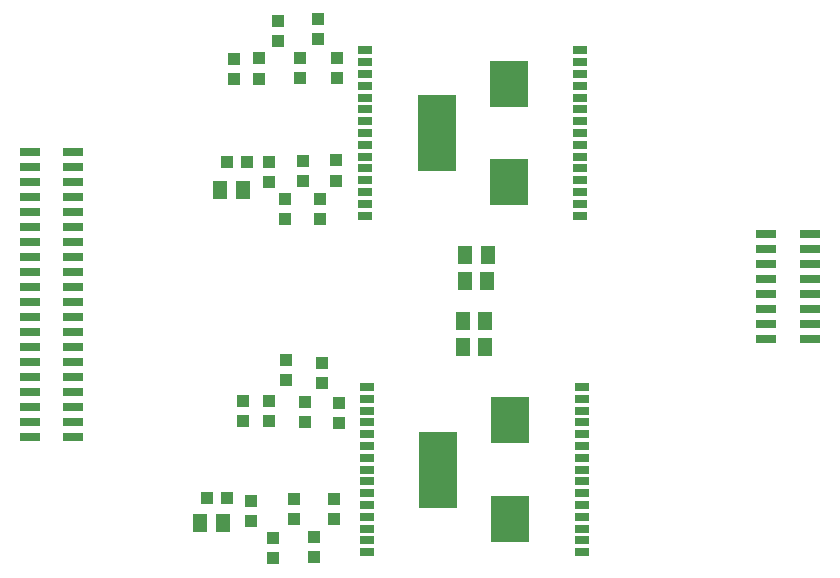
<source format=gbr>
G04 EAGLE Gerber RS-274X export*
G75*
%MOMM*%
%FSLAX34Y34*%
%LPD*%
%INSolderpaste Top*%
%IPPOS*%
%AMOC8*
5,1,8,0,0,1.08239X$1,22.5*%
G01*
%ADD10R,1.300000X1.500000*%
%ADD11R,1.000000X1.100000*%
%ADD12R,1.100000X1.000000*%
%ADD13R,3.320800X6.514481*%
%ADD14R,3.320181X3.941169*%
%ADD15R,3.319519X3.938809*%
%ADD16R,1.300000X0.665000*%
%ADD17R,1.676400X0.736600*%


D10*
X564659Y297546D03*
X583659Y297546D03*
X376433Y352497D03*
X357433Y352497D03*
X562730Y241334D03*
X581730Y241334D03*
X359627Y70948D03*
X340627Y70948D03*
D11*
X363187Y376463D03*
X380187Y376463D03*
D12*
X390538Y446901D03*
X390538Y463901D03*
X424961Y447624D03*
X424961Y464624D03*
X427332Y377364D03*
X427332Y360364D03*
X455119Y360589D03*
X455119Y377589D03*
X456319Y464561D03*
X456319Y447561D03*
X440398Y497255D03*
X440398Y480255D03*
X442074Y327890D03*
X442074Y344890D03*
X368977Y463747D03*
X368977Y446747D03*
X406641Y495740D03*
X406641Y478740D03*
X412268Y328349D03*
X412268Y345349D03*
X398682Y359512D03*
X398682Y376512D03*
D11*
X345885Y92051D03*
X362885Y92051D03*
D12*
X398231Y156569D03*
X398231Y173569D03*
X429436Y155808D03*
X429436Y172808D03*
X419532Y90780D03*
X419532Y73780D03*
X453499Y74272D03*
X453499Y91272D03*
X458077Y172592D03*
X458077Y155592D03*
X443455Y206469D03*
X443455Y189469D03*
X436360Y42043D03*
X436360Y59043D03*
X376286Y173712D03*
X376286Y156712D03*
X412824Y208450D03*
X412824Y191450D03*
X401826Y40710D03*
X401826Y57710D03*
X383043Y72016D03*
X383043Y89016D03*
D13*
X540582Y400798D03*
D14*
X601585Y359144D03*
D15*
X601588Y442456D03*
D16*
X480084Y400799D03*
X662084Y400799D03*
X480084Y410799D03*
X480084Y420799D03*
X480084Y430799D03*
X480084Y440799D03*
X480084Y450799D03*
X480084Y460799D03*
X480084Y470799D03*
X480084Y390799D03*
X480084Y380799D03*
X480084Y370799D03*
X480084Y360799D03*
X480084Y350799D03*
X480084Y340799D03*
X480084Y330799D03*
X662084Y410799D03*
X662084Y420799D03*
X662084Y430799D03*
X662084Y440799D03*
X662084Y450799D03*
X662084Y460799D03*
X662084Y470799D03*
X662084Y390799D03*
X662084Y380799D03*
X662084Y370799D03*
X662084Y360799D03*
X662084Y350799D03*
X662084Y340799D03*
X662084Y330799D03*
D13*
X541755Y115846D03*
D14*
X602758Y74192D03*
D15*
X602761Y157504D03*
D16*
X481257Y115847D03*
X663257Y115847D03*
X481257Y125847D03*
X481257Y135847D03*
X481257Y145847D03*
X481257Y155847D03*
X481257Y165847D03*
X481257Y175847D03*
X481257Y185847D03*
X481257Y105847D03*
X481257Y95847D03*
X481257Y85847D03*
X481257Y75847D03*
X481257Y65847D03*
X481257Y55847D03*
X481257Y45847D03*
X663257Y125847D03*
X663257Y135847D03*
X663257Y145847D03*
X663257Y155847D03*
X663257Y165847D03*
X663257Y175847D03*
X663257Y185847D03*
X663257Y105847D03*
X663257Y95847D03*
X663257Y85847D03*
X663257Y75847D03*
X663257Y65847D03*
X663257Y55847D03*
X663257Y45847D03*
D17*
X196215Y143510D03*
X233045Y143510D03*
X196215Y156210D03*
X233045Y156210D03*
X196215Y168910D03*
X233045Y168910D03*
X196215Y181610D03*
X233045Y181610D03*
X196215Y194310D03*
X233045Y194310D03*
X196215Y207010D03*
X233045Y207010D03*
X196215Y219710D03*
X233045Y219710D03*
X196215Y232410D03*
X233045Y232410D03*
X196215Y245110D03*
X233045Y245110D03*
X196215Y257810D03*
X233045Y257810D03*
X196215Y270510D03*
X233045Y270510D03*
X196215Y283210D03*
X233045Y283210D03*
X196215Y295910D03*
X233045Y295910D03*
X196215Y308610D03*
X233045Y308610D03*
X196215Y321310D03*
X233045Y321310D03*
X196215Y334010D03*
X233045Y334010D03*
X196215Y346710D03*
X233045Y346710D03*
X196215Y359410D03*
X233045Y359410D03*
X196215Y372110D03*
X233045Y372110D03*
X196215Y384810D03*
X233045Y384810D03*
D10*
X562903Y219884D03*
X581903Y219884D03*
X564430Y275422D03*
X583430Y275422D03*
D17*
X819785Y226060D03*
X856615Y226060D03*
X819785Y238760D03*
X856615Y238760D03*
X819785Y251460D03*
X856615Y251460D03*
X819785Y264160D03*
X856615Y264160D03*
X819785Y276860D03*
X856615Y276860D03*
X819785Y289560D03*
X856615Y289560D03*
X819785Y302260D03*
X856615Y302260D03*
X819785Y314960D03*
X856615Y314960D03*
M02*

</source>
